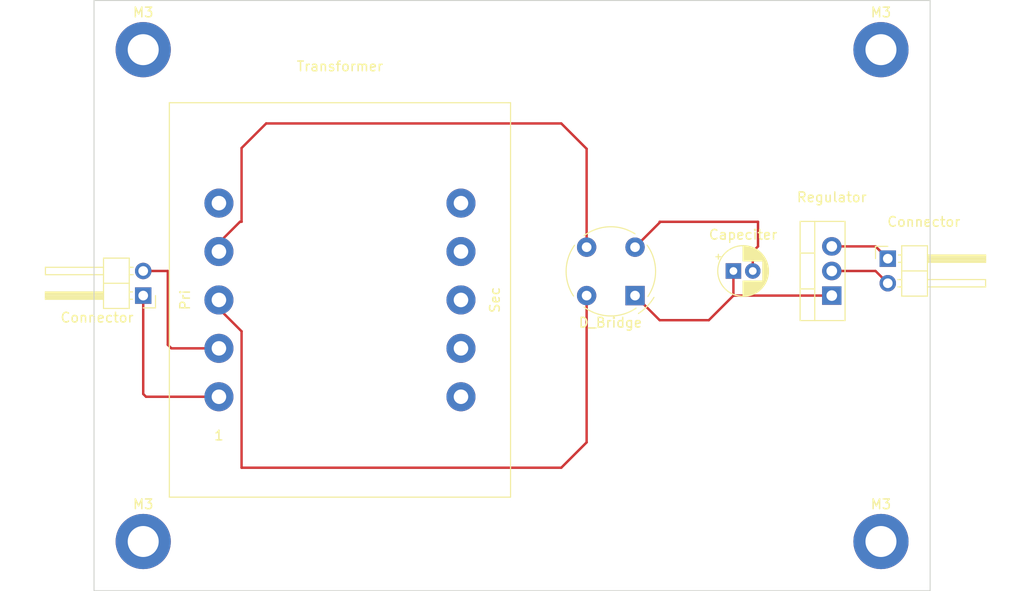
<source format=kicad_pcb>
(kicad_pcb (version 20211014) (generator pcbnew)
  (layers (0 "F.Cu" signal) (31 "B.Cu" signal) (34 "B.Paste" user) (35 "F.Paste" user) (36 "B.SilkS" user "B.Silkscreen") (37 "F.SilkS" user "F.Silkscreen") (38 "B.Mask" user) (39 "F.Mask" user) (44 "Edge.Cuts" user))
  (net 0 "")
  (net 1 "Net-(C1-Pad1)")
  (net 2 "Earth")
  (net 3 "Net-(D1-Pad3)")
  (net 4 "Net-(D1-Pad4)")
  (net 5 "Net-(T1-Pad1)")
  (net 6 "Net-(J1-Pad2)")
  (net 7 "Net-(U1-Pad3)")
  (net 8 "Net-(U1-Pad2)")
  (footprint "Transformer_THT:Transformer_CHK_EI38-3VA_1xSec" (layer "F.Cu") (at 147.52 84.11)
    (fp_text reference "Transformer" (at 12.5 -34.13) (layer "F.SilkS"))
    (fp_text value "Transformer_1P_1S")
    (fp_text user "Sec" (at 28.5 -10 90) (layer "F.SilkS"))
    (fp_text user "Pri" (at -3.5 -10 90) (layer "F.SilkS"))
    (fp_text user "1" (at 0 4) (layer "F.SilkS"))
    (fp_line (start -5.12 -30.37) (end 30.12 -30.37) (layer "F.SilkS") (width 0.12))
    (fp_line (start 30.12 10.37) (end -5.12 10.37) (layer "F.SilkS") (width 0.12))
    (fp_line (start 30.12 10.37) (end 30.12 -30.37) (layer "F.SilkS") (width 0.12))
    (fp_line (start -5.12 -30.37) (end -5.12 10.37) (layer "F.SilkS") (width 0.12))
    (pad "1" thru_hole circle (at 0 0) (size 3 3) (drill 1.5) (layers *.Cu *.Mask) (net 5 "Net-(T1-Pad1)"))
    (pad "2" thru_hole circle (at 0 -5) (size 3 3) (drill 1.5) (layers *.Cu *.Mask) (net 6 "Net-(J1-Pad2)"))
    (pad "3" thru_hole circle (at 0 -10) (size 3 3) (drill 1.5) (layers *.Cu *.Mask) (net 4 "Net-(D1-Pad4)"))
    (pad "4" thru_hole circle (at 0 -15) (size 3 3) (drill 1.5) (layers *.Cu *.Mask) (net 3 "Net-(D1-Pad3)"))
    (pad "5" thru_hole circle (at 0 -20) (size 3 3) (drill 1.5) (layers *.Cu *.Mask))
    (pad "6" thru_hole circle (at 25 -20) (size 3 3) (drill 1.5) (layers *.Cu *.Mask))
    (pad "7" thru_hole circle (at 25 -15) (size 3 3) (drill 1.5) (layers *.Cu *.Mask))
    (pad "8" thru_hole circle (at 25 -10) (size 3 3) (drill 1.5) (layers *.Cu *.Mask))
    (pad "9" thru_hole circle (at 25 -5) (size 3 3) (drill 1.5) (layers *.Cu *.Mask))
    (pad "10" thru_hole circle (at 25 0) (size 3 3) (drill 1.5) (layers *.Cu *.Mask))
  )
  (footprint "Capacitor_THT:CP_Radial_D5.0mm_P2.00mm" (layer "F.Cu") (at 200.66 71.12)
    (fp_text reference "Capeciter" (at 1 -3.75) (layer "F.SilkS"))
    (fp_text value "C_Polarized")
    (fp_line (start 2.041 1.04) (end 2.041 2.365) (layer "F.SilkS") (width 0.12))
    (fp_line (start 2.241 -2.268) (end 2.241 -1.04) (layer "F.SilkS") (width 0.12))
    (fp_line (start 2.841 -1.826) (end 2.841 -1.04) (layer "F.SilkS") (width 0.12))
    (fp_line (start 1.6 1.04) (end 1.6 2.511) (layer "F.SilkS") (width 0.12))
    (fp_line (start 1.961 -2.398) (end 1.961 -1.04) (layer "F.SilkS") (width 0.12))
    (fp_line (start 1.68 1.04) (end 1.68 2.491) (layer "F.SilkS") (width 0.12))
    (fp_line (start 1.801 1.04) (end 1.801 2.455) (layer "F.SilkS") (width 0.12))
    (fp_line (start 1.28 -2.565) (end 1.28 -1.04) (layer "F.SilkS") (width 0.12))
    (fp_line (start 2.841 1.04) (end 2.841 1.826) (layer "F.SilkS") (width 0.12))
    (fp_line (start 3.081 -1.554) (end 3.081 1.554) (layer "F.SilkS") (width 0.12))
    (fp_line (start 2.241 1.04) (end 2.241 2.268) (layer "F.SilkS") (width 0.12))
    (fp_line (start 1.56 -2.52) (end 1.56 -1.04) (layer "F.SilkS") (width 0.12))
    (fp_line (start 2.481 -2.122) (end 2.481 -1.04) (layer "F.SilkS") (width 0.12))
    (fp_line (start 2.801 1.04) (end 2.801 1.864) (layer "F.SilkS") (width 0.12))
    (fp_line (start 1.721 -2.48) (end 1.721 -1.04) (layer "F.SilkS") (width 0.12))
    (fp_line (start 2.561 -2.065) (end 2.561 -1.04) (layer "F.SilkS") (width 0.12))
    (fp_line (start 3.481 -0.805) (end 3.481 0.805) (layer "F.SilkS") (width 0.12))
    (fp_line (start 1.08 1.04) (end 1.08 2.579) (layer "F.SilkS") (width 0.12))
    (fp_line (start 2.081 -2.348) (end 2.081 -1.04) (layer "F.SilkS") (width 0.12))
    (fp_line (start 1.761 -2.468) (end 1.761 -1.04) (layer "F.SilkS") (width 0.12))
    (fp_line (start 1.04 -2.58) (end 1.04 -1.04) (layer "F.SilkS") (width 0.12))
    (fp_line (start 2.521 1.04) (end 2.521 2.095) (layer "F.SilkS") (width 0.12))
    (fp_line (start 3.001 -1.653) (end 3.001 -1.04) (layer "F.SilkS") (width 0.12))
    (fp_line (start 1.2 1.04) (end 1.2 2.573) (layer "F.SilkS") (width 0.12))
    (fp_line (start 2.001 1.04) (end 2.001 2.382) (layer "F.SilkS") (width 0.12))
    (fp_line (start 1.44 -2.543) (end 1.44 -1.04) (layer "F.SilkS") (width 0.12))
    (fp_line (start 3.441 -0.915) (end 3.441 0.915) (layer "F.SilkS") (width 0.12))
    (fp_line (start 3.241 -1.319) (end 3.241 1.319) (layer "F.SilkS") (width 0.12))
    (fp_line (start 3.201 -1.383) (end 3.201 1.383) (layer "F.SilkS") (width 0.12))
    (fp_line (start 3.561 -0.518) (end 3.561 0.518) (layer "F.SilkS") (width 0.12))
    (fp_line (start 1.52 1.04) (end 1.52 2.528) (layer "F.SilkS") (width 0.12))
    (fp_line (start 2.441 1.04) (end 2.441 2.149) (layer "F.SilkS") (width 0.12))
    (fp_line (start 1 1.04) (end 1 2.58) (layer "F.SilkS") (width 0.12))
    (fp_line (start 1.761 1.04) (end 1.761 2.468) (layer "F.SilkS") (width 0.12))
    (fp_line (start 1.16 1.04) (end 1.16 2.576) (layer "F.SilkS") (width 0.12))
    (fp_line (start 3.161 -1.443) (end 3.161 1.443) (layer "F.SilkS") (width 0.12))
    (fp_line (start 1.48 -2.536) (end 1.48 -1.04) (layer "F.SilkS") (width 0.12))
    (fp_line (start 1.68 -2.491) (end 1.68 -1.04) (layer "F.SilkS") (width 0.12))
    (fp_line (start 1.32 1.04) (end 1.32 2.561) (layer "F.SilkS") (width 0.12))
    (fp_line (start 3.321 -1.178) (end 3.321 1.178) (layer "F.SilkS") (width 0.12))
    (fp_line (start 2.681 -1.971) (end 2.681 -1.04) (layer "F.SilkS") (width 0.12))
    (fp_line (start 2.761 1.04) (end 2.761 1.901) (layer "F.SilkS") (width 0.12))
    (fp_line (start 2.601 1.04) (end 2.601 2.035) (layer "F.SilkS") (width 0.12))
    (fp_line (start 1.2 -2.573) (end 1.2 -1.04) (layer "F.SilkS") (width 0.12))
    (fp_line (start 1.16 -2.576) (end 1.16 -1.04) (layer "F.SilkS") (width 0.12))
    (fp_line (start 1.52 -2.528) (end 1.52 -1.04) (layer "F.SilkS") (width 0.12))
    (fp_line (start 1.12 1.04) (end 1.12 2.578) (layer "F.SilkS") (width 0.12))
    (fp_line (start 2.001 -2.382) (end 2.001 -1.04) (layer "F.SilkS") (width 0.12))
    (fp_line (start 2.321 1.04) (end 2.321 2.224) (layer "F.SilkS") (width 0.12))
    (fp_line (start 2.801 -1.864) (end 2.801 -1.04) (layer "F.SilkS") (width 0.12))
    (fp_line (start 2.281 -2.247) (end 2.281 -1.04) (layer "F.SilkS") (width 0.12))
    (fp_line (start 2.761 -1.901) (end 2.761 -1.04) (layer "F.SilkS") (width 0.12))
    (fp_line (start 1 -2.58) (end 1 -1.04) (layer "F.SilkS") (width 0.12))
    (fp_line (start 3.001 1.04) (end 3.001 1.653) (layer "F.SilkS") (width 0.12))
    (fp_line (start 2.921 1.04) (end 2.921 1.743) (layer "F.SilkS") (width 0.12))
    (fp_line (start 2.321 -2.224) (end 2.321 -1.04) (layer "F.SilkS") (width 0.12))
    (fp_line (start 1.881 1.04) (end 1.881 2.428) (layer "F.SilkS") (width 0.12))
    (fp_line (start 1.961 1.04) (end 1.961 2.398) (layer "F.SilkS") (width 0.12))
    (fp_line (start 2.361 -2.2) (end 2.361 -1.04) (layer "F.SilkS") (width 0.12))
    (fp_line (start 2.401 -2.175) (end 2.401 -1.04) (layer "F.SilkS") (width 0.12))
    (fp_line (start 2.361 1.04) (end 2.361 2.2) (layer "F.SilkS") (width 0.12))
    (fp_line (start 2.601 -2.035) (end 2.601 -1.04) (layer "F.SilkS") (width 0.12))
    (fp_line (start 2.721 -1.937) (end 2.721 -1.04) (layer "F.SilkS") (width 0.12))
    (fp_line (start 2.041 -2.365) (end 2.041 -1.04) (layer "F.SilkS") (width 0.12))
    (fp_line (start 2.121 -2.329) (end 2.121 -1.04) (layer "F.SilkS") (width 0.12))
    (fp_line (start 2.401 1.04) (end 2.401 2.175) (layer "F.SilkS") (width 0.12))
    (fp_line (start 1.841 -2.442) (end 1.841 -1.04) (layer "F.SilkS") (width 0.12))
    (fp_line (start -1.804775 -1.475) (end -1.304775 -1.475) (layer "F.SilkS") (width 0.12))
    (fp_line (start 3.521 -0.677) (end 3.521 0.677) (layer "F.SilkS") (width 0.12))
    (fp_line (start 2.161 -2.31) (end 2.161 -1.04) (layer "F.SilkS") (width 0.12))
    (fp_line (start 1.921 1.04) (end 1.921 2.414) (layer "F.SilkS") (width 0.12))
    (fp_line (start 1.4 -2.55) (end 1.4 -1.04) (layer "F.SilkS") (width 0.12))
    (fp_line (start 2.121 1.04) (end 2.121 2.329) (layer "F.SilkS") (width 0.12))
    (fp_line (start 3.281 -1.251) (end 3.281 1.251) (layer "F.SilkS") (width 0.12))
    (fp_line (start 1.24 1.04) (end 1.24 2.569) (layer "F.SilkS") (width 0.12))
    (fp_line (start 1.921 -2.414) (end 1.921 -1.04) (layer "F.SilkS") (width 0.12))
    (fp_line (start 1.64 1.04) (end 1.64 2.501) (layer "F.SilkS") (width 0.12))
    (fp_line (start 2.201 1.04) (end 2.201 2.29) (layer "F.SilkS") (width 0.12))
    (fp_line (start 2.481 1.04) (end 2.481 2.122) (layer "F.SilkS") (width 0.12))
    (fp_line (start 1.841 1.04) (end 1.841 2.442) (layer "F.SilkS") (width 0.12))
    (fp_line (start 2.161 1.04) (end 2.161 2.31) (layer "F.SilkS") (width 0.12))
    (fp_line (start 1.24 -2.569) (end 1.24 -1.04) (layer "F.SilkS") (width 0.12))
    (fp_line (start 1.28 1.04) (end 1.28 2.565) (layer "F.SilkS") (width 0.12))
    (fp_line (start 2.441 -2.149) (end 2.441 -1.04) (layer "F.SilkS") (width 0.12))
    (fp_line (start 1.801 -2.455) (end 1.801 -1.04) (layer "F.SilkS") (width 0.12))
    (fp_line (start 2.561 1.04) (end 2.561 2.065) (layer "F.SilkS") (width 0.12))
    (fp_line (start 1.08 -2.579) (end 1.08 -1.04) (layer "F.SilkS") (width 0.12))
    (fp_line (start 3.401 -1.011) (end 3.401 1.011) (layer "F.SilkS") (width 0.12))
    (fp_line (start 3.121 -1.5) (end 3.121 1.5) (layer "F.SilkS") (width 0.12))
    (fp_line (start 2.521 -2.095) (end 2.521 -1.04) (layer "F.SilkS") (width 0.12))
    (fp_line (start 2.201 -2.29) (end 2.201 -1.04) (layer "F.SilkS") (width 0.12))
    (fp_line (start 3.041 -1.605) (end 3.041 1.605) (layer "F.SilkS") (width 0.12))
    (fp_line (start 2.641 1.04) (end 2.641 2.004) (layer "F.SilkS") (width 0.12))
    (fp_line (start 3.361 -1.098) (end 3.361 1.098) (layer "F.SilkS") (width 0.12))
    (fp_line (start 1.44 1.04) (end 1.44 2.543) (layer "F.SilkS") (width 0.12))
    (fp_line (start 1.6 -2.511) (end 1.6 -1.04) (layer "F.SilkS") (width 0.12))
    (fp_line (start 1.36 -2.556) (end 1.36 -1.04) (layer "F.SilkS") (width 0.12))
    (fp_line (start 2.921 -1.743) (end 2.921 -1.04) (layer "F.SilkS") (width 0.12))
    (fp_line (start 1.36 1.04) (end 1.36 2.556) (layer "F.SilkS") (width 0.12))
    (fp_line (start 1.721 1.04) (end 1.721 2.48) (layer "F.SilkS") (width 0.12))
    (fp_line (start 1.32 -2.561) (end 1.32 -1.04) (layer "F.SilkS") (width 0.12))
    (fp_line (start 1.48 1.04) (end 1.48 2.536) (layer "F.SilkS") (width 0.12))
    (fp_line (start 1.56 1.04) (end 1.56 2.52) (layer "F.SilkS") (width 0.12))
    (fp_line (start 1.12 -2.578) (end 1.12 -1.04) (layer "F.SilkS") (width 0.12))
    (fp_line (start 2.881 1.04) (end 2.881 1.785) (layer "F.SilkS") (width 0.12))
    (fp_line (start 1.64 -2.501) (end 1.64 -1.04) (layer "F.SilkS") (width 0.12))
    (fp_line (start 2.281 1.04) (end 2.281 2.247) (layer "F.SilkS") (width 0.12))
    (fp_line (start 2.681 1.04) (end 2.681 1.971) (layer "F.SilkS") (width 0.12))
    (fp_line (start 2.641 -2.004) (end 2.641 -1.04) (layer "F.SilkS") (width 0.12))
    (fp_line (start 3.601 -0.284) (end 3.601 0.284) (layer "F.SilkS") (width 0.12))
    (fp_line (start 2.961 -1.699) (end 2.961 -1.04) (layer "F.SilkS") (width 0.12))
    (fp_line (start 2.961 1.04) (end 2.961 1.699) (layer "F.SilkS") (width 0.12))
    (fp_line (start 2.081 1.04) (end 2.081 2.348) (layer "F.SilkS") (width 0.12))
    (fp_line (start 1.04 1.04) (end 1.04 2.58) (layer "F.SilkS") (width 0.12))
    (fp_line (start 2.881 -1.785) (end 2.881 -1.04) (layer "F.SilkS") (width 0.12))
    (fp_line (start -1.554775 -1.725) (end -1.554775 -1.225) (layer "F.SilkS") (width 0.12))
    (fp_line (start 2.721 1.04) (end 2.721 1.937) (layer "F.SilkS") (width 0.12))
    (fp_line (start 1.881 -2.428) (end 1.881 -1.04) (layer "F.SilkS") (width 0.12))
    (fp_line (start 1.4 1.04) (end 1.4 2.55) (layer "F.SilkS") (width 0.12))
    (fp_circle (center 1 0) (end 3.62 0) (layer "F.SilkS") (width 0.12) (fill none))
    (pad "1" thru_hole rect (at 0 0) (size 1.6 1.6) (drill 0.8) (layers *.Cu *.Mask) (net 1 "Net-(C1-Pad1)"))
    (pad "2" thru_hole circle (at 2 0) (size 1.6 1.6) (drill 0.8) (layers *.Cu *.Mask) (net 2 "Earth"))
  )
  (footprint "MountingHole:MountingHole_3.2mm_M3_ISO7380_Pad" (layer "F.Cu") (at 139.7 99.06)
    (fp_text reference "M3" (at 0 -3.85) (layer "F.SilkS"))
    (fp_text value "MountingHole_3.2mm_M3_ISO7380_Pad")
    (pad "1" thru_hole circle (at 0 0) (size 5.7 5.7) (drill 3.2) (layers *.Cu *.Mask))
  )
  (footprint "Connector_PinHeader_2.54mm:PinHeader_1x02_P2.54mm_Horizontal" (layer "F.Cu") (at 139.7 73.66 180)
    (fp_text reference "Connector " (at 4.385 -2.27) (layer "F.SilkS"))
    (fp_text value "Conn_01x02_Male")
    (fp_line (start 1.44 -1.33) (end 1.44 3.87) (layer "F.SilkS") (width 0.12))
    (fp_line (start 4.1 0.16) (end 10.1 0.16) (layer "F.SilkS") (width 0.12))
    (fp_line (start 10.1 2.92) (end 4.1 2.92) (layer "F.SilkS") (width 0.12))
    (fp_line (start 10.1 0.38) (end 4.1 0.38) (layer "F.SilkS") (width 0.12))
    (fp_line (start 4.1 3.87) (end 4.1 -1.33) (layer "F.SilkS") (width 0.12))
    (fp_line (start 4.1 -0.08) (end 10.1 -0.08) (layer "F.SilkS") (width 0.12))
    (fp_line (start 4.1 0.04) (end 10.1 0.04) (layer "F.SilkS") (width 0.12))
    (fp_line (start 1.042929 2.16) (end 1.44 2.16) (layer "F.SilkS") (width 0.12))
    (fp_line (start 1.042929 2.92) (end 1.44 2.92) (layer "F.SilkS") (width 0.12))
    (fp_line (start 10.1 2.16) (end 10.1 2.92) (layer "F.SilkS") (width 0.12))
    (fp_line (start 4.1 -1.33) (end 1.44 -1.33) (layer "F.SilkS") (width 0.12))
    (fp_line (start -1.27 -1.27) (end 0 -1.27) (layer "F.SilkS") (width 0.12))
    (fp_line (start 4.1 -0.32) (end 10.1 -0.32) (layer "F.SilkS") (width 0.12))
    (fp_line (start 4.1 -0.38) (end 10.1 -0.38) (layer "F.SilkS") (width 0.12))
    (fp_line (start 1.44 3.87) (end 4.1 3.87) (layer "F.SilkS") (width 0.12))
    (fp_line (start 10.1 -0.38) (end 10.1 0.38) (layer "F.SilkS") (width 0.12))
    (fp_line (start 1.11 0.38) (end 1.44 0.38) (layer "F.SilkS") (width 0.12))
    (fp_line (start 1.44 1.27) (end 4.1 1.27) (layer "F.SilkS") (width 0.12))
    (fp_line (start 4.1 0.28) (end 10.1 0.28) (layer "F.SilkS") (width 0.12))
    (fp_line (start 4.1 -0.2) (end 10.1 -0.2) (layer "F.SilkS") (width 0.12))
    (fp_line (start 1.11 -0.38) (end 1.44 -0.38) (layer "F.SilkS") (width 0.12))
    (fp_line (start -1.27 0) (end -1.27 -1.27) (layer "F.SilkS") (width 0.12))
    (fp_line (start 4.1 2.16) (end 10.1 2.16) (layer "F.SilkS") (width 0.12))
    (pad "1" thru_hole rect (at 0 0 180) (size 1.7 1.7) (drill 1) (layers *.Cu *.Mask) (net 5 "Net-(T1-Pad1)"))
    (pad "2" thru_hole oval (at 0 2.54 180) (size 1.7 1.7) (drill 1) (layers *.Cu *.Mask) (net 6 "Net-(J1-Pad2)"))
  )
  (footprint "Package_TO_SOT_THT:TO-220-3_Vertical" (layer "F.Cu") (at 210.82 73.66 90)
    (fp_text reference "Regulator" (at 10.16 0 180) (layer "F.SilkS"))
    (fp_text value "LM7805_TO220")
    (fp_line (start -2.58 -3.27) (end 7.66 -3.27) (layer "F.SilkS") (width 0.12))
    (fp_line (start 7.66 -3.27) (end 7.66 1.371) (layer "F.SilkS") (width 0.12))
    (fp_line (start 4.391 -3.27) (end 4.391 -1.76) (layer "F.SilkS") (width 0.12))
    (fp_line (start -2.58 1.371) (end 7.66 1.371) (layer "F.SilkS") (width 0.12))
    (fp_line (start 0.69 -3.27) (end 0.69 -1.76) (layer "F.SilkS") (width 0.12))
    (fp_line (start -2.58 -1.76) (end 7.66 -1.76) (layer "F.SilkS") (width 0.12))
    (fp_line (start -2.58 -3.27) (end -2.58 1.371) (layer "F.SilkS") (width 0.12))
    (pad "1" thru_hole rect (at 0 0 90) (size 1.905 2) (drill 1.1) (layers *.Cu *.Mask) (net 1 "Net-(C1-Pad1)"))
    (pad "2" thru_hole oval (at 2.54 0 90) (size 1.905 2) (drill 1.1) (layers *.Cu *.Mask) (net 8 "Net-(U1-Pad2)"))
    (pad "3" thru_hole oval (at 5.08 0 90) (size 1.905 2) (drill 1.1) (layers *.Cu *.Mask) (net 7 "Net-(U1-Pad3)"))
  )
  (footprint "Diode_THT:Diode_Bridge_Round_D9.0mm" (layer "F.Cu") (at 190.5 73.66 180)
    (fp_text reference "D_Bridge" (at 2.54 -2.794) (layer "F.SilkS"))
    (fp_text value "D_Bridge_+-AA")
    (fp_arc (start 5.25 6.2) (mid 2.657169 7.107363) (end 0.008533 6.3788) (layer "F.SilkS") (width 0.12))
    (fp_arc (start 6.35 -0.05) (mid 7.117021 2.590098) (end 6.247584 5.198261) (layer "F.SilkS") (width 0.12))
    (fp_arc (start -0.1 -1.3) (mid 2.595106 -2.103363) (end 5.254731 -1.189371) (layer "F.SilkS") (width 0.12))
    (fp_arc (start -1.25 5.2) (mid -2.120355 2.569427) (end -1.329431 -0.086109) (layer "F.SilkS") (width 0.12))
    (fp_arc (start -1.954487 -0.183757) (mid -1.246061 -1.107219) (end -0.35 -1.85) (layer "F.SilkS") (width 0.12))
    (pad "1" thru_hole rect (at 0 0 180) (size 2 2) (drill 1) (layers *.Cu *.Mask) (net 1 "Net-(C1-Pad1)"))
    (pad "2" thru_hole oval (at 0 5 180) (size 2 2) (drill 1) (layers *.Cu *.Mask) (net 2 "Earth"))
    (pad "3" thru_hole oval (at 5 5 180) (size 2 2) (drill 1) (layers *.Cu *.Mask) (net 3 "Net-(D1-Pad3)"))
    (pad "4" thru_hole oval (at 5 0 180) (size 2 2) (drill 1) (layers *.Cu *.Mask) (net 4 "Net-(D1-Pad4)"))
  )
  (footprint "Connector_PinHeader_2.54mm:PinHeader_1x02_P2.54mm_Horizontal" (layer "F.Cu") (at 216.605 69.845)
    (fp_text reference "Connector " (at 4.1 -3.805) (layer "F.SilkS"))
    (fp_text value "Conn_01x02_Male")
    (fp_line (start 10.1 0.38) (end 4.1 0.38) (layer "F.SilkS") (width 0.12))
    (fp_line (start -1.27 -1.27) (end 0 -1.27) (layer "F.SilkS") (width 0.12))
    (fp_line (start 1.44 3.87) (end 4.1 3.87) (layer "F.SilkS") (width 0.12))
    (fp_line (start -1.27 0) (end -1.27 -1.27) (layer "F.SilkS") (width 0.12))
    (fp_line (start 4.1 -0.08) (end 10.1 -0.08) (layer "F.SilkS") (width 0.12))
    (fp_line (start 10.1 2.16) (end 10.1 2.92) (layer "F.SilkS") (width 0.12))
    (fp_line (start 4.1 -1.33) (end 1.44 -1.33) (layer "F.SilkS") (width 0.12))
    (fp_line (start 1.11 0.38) (end 1.44 0.38) (layer "F.SilkS") (width 0.12))
    (fp_line (start 4.1 -0.2) (end 10.1 -0.2) (layer "F.SilkS") (width 0.12))
    (fp_line (start 4.1 0.04) (end 10.1 0.04) (layer "F.SilkS") (width 0.12))
    (fp_line (start 10.1 2.92) (end 4.1 2.92) (layer "F.SilkS") (width 0.12))
    (fp_line (start 4.1 2.16) (end 10.1 2.16) (layer "F.SilkS") (width 0.12))
    (fp_line (start 1.11 -0.38) (end 1.44 -0.38) (layer "F.SilkS") (width 0.12))
    (fp_line (start 1.042929 2.16) (end 1.44 2.16) (layer "F.SilkS") (width 0.12))
    (fp_line (start 1.44 1.27) (end 4.1 1.27) (layer "F.SilkS") (width 0.12))
    (fp_line (start 4.1 0.28) (end 10.1 0.28) (layer "F.SilkS") (width 0.12))
    (fp_line (start 1.042929 2.92) (end 1.44 2.92) (layer "F.SilkS") (width 0.12))
    (fp_line (start 10.1 -0.38) (end 10.1 0.38) (layer "F.SilkS") (width 0.12))
    (fp_line (start 1.44 -1.33) (end 1.44 3.87) (layer "F.SilkS") (width 0.12))
    (fp_line (start 4.1 0.16) (end 10.1 0.16) (layer "F.SilkS") (width 0.12))
    (fp_line (start 4.1 -0.32) (end 10.1 -0.32) (layer "F.SilkS") (width 0.12))
    (fp_line (start 4.1 3.87) (end 4.1 -1.33) (layer "F.SilkS") (width 0.12))
    (fp_line (start 4.1 -0.38) (end 10.1 -0.38) (layer "F.SilkS") (width 0.12))
    (pad "1" thru_hole rect (at 0 0) (size 1.7 1.7) (drill 1) (layers *.Cu *.Mask) (net 7 "Net-(U1-Pad3)"))
    (pad "2" thru_hole oval (at 0 2.54) (size 1.7 1.7) (drill 1) (layers *.Cu *.Mask) (net 8 "Net-(U1-Pad2)"))
  )
  (footprint "MountingHole:MountingHole_3.2mm_M3_ISO7380_Pad" (layer "F.Cu") (at 215.9 99.06)
    (fp_text reference "M3" (at 0 -3.85) (layer "F.SilkS"))
    (fp_text value "MountingHole_3.2mm_M3_ISO7380_Pad")
    (pad "1" thru_hole circle (at 0 0) (size 5.7 5.7) (drill 3.2) (layers *.Cu *.Mask))
  )
  (footprint "MountingHole:MountingHole_3.2mm_M3_ISO7380_Pad" (layer "F.Cu") (at 215.9 48.26)
    (fp_text reference "M3" (at 0 -3.85) (layer "F.SilkS"))
    (fp_text value "MountingHole_3.2mm_M3_ISO7380_Pad")
    (pad "1" thru_hole circle (at 0 0) (size 5.7 5.7) (drill 3.2) (layers *.Cu *.Mask))
  )
  (footprint "MountingHole:MountingHole_3.2mm_M3_ISO7380_Pad" (layer "F.Cu") (at 139.7 48.26)
    (fp_text reference "M3" (at 0 -3.85) (layer "F.SilkS"))
    (fp_text value "MountingHole_3.2mm_M3_ISO7380_Pad")
    (pad "1" thru_hole circle (at 0 0) (size 5.7 5.7) (drill 3.2) (layers *.Cu *.Mask))
  )
  (gr_line (start 134.62 43.18) (end 220.98 43.18) (layer "Edge.Cuts") (width 0.1))
  (gr_line (start 220.98 104.14) (end 134.62 104.14) (layer "Edge.Cuts") (width 0.1))
  (gr_line (start 134.62 104.14) (end 134.62 43.18) (layer "Edge.Cuts") (width 0.1))
  (gr_line (start 220.98 43.18) (end 220.98 104.14) (layer "Edge.Cuts") (width 0.1))
  (segment (start 190.5 73.66) (end 193.04 76.2) (width 0.25) (layer "F.Cu") (net 1))
  (segment (start 200.66 73.66) (end 200.66 71.12) (width 0.25) (layer "F.Cu") (net 1))
  (segment (start 198.12 76.2) (end 200.66 73.66) (width 0.25) (layer "F.Cu") (net 1))
  (segment (start 200.66 73.66) (end 210.82 73.66) (width 0.25) (layer "F.Cu") (net 1))
  (segment (start 193.04 76.2) (end 198.12 76.2) (width 0.25) (layer "F.Cu") (net 1))
  (segment (start 193.04 66.04) (end 203.2 66.04) (width 0.25) (layer "F.Cu") (net 2))
  (segment (start 202.66 69.12) (end 202.66 71.12) (width 0.25) (layer "F.Cu") (net 2))
  (segment (start 193.04 66.12) (end 193.04 66.04) (width 0.25) (layer "F.Cu") (net 2))
  (segment (start 203.2 66.04) (end 203.2 68.58) (width 0.25) (layer "F.Cu") (net 2))
  (segment (start 203.2 68.58) (end 202.66 69.12) (width 0.25) (layer "F.Cu") (net 2))
  (segment (start 190.5 68.66) (end 193.04 66.12) (width 0.25) (layer "F.Cu") (net 2))
  (segment (start 185.5 58.5) (end 185.5 68.66) (width 0.25) (layer "F.Cu") (net 3))
  (segment (start 152.4 55.88) (end 182.88 55.88) (width 0.25) (layer "F.Cu") (net 3))
  (segment (start 149.86 58.42) (end 152.4 55.88) (width 0.25) (layer "F.Cu") (net 3))
  (segment (start 182.88 55.88) (end 185.5 58.5) (width 0.25) (layer "F.Cu") (net 3))
  (segment (start 149.86 66.04) (end 149.86 58.42) (width 0.25) (layer "F.Cu") (net 3))
  (segment (start 146.62 69.11) (end 149.69 66.04) (width 0.25) (layer "F.Cu") (net 3))
  (segment (start 149.69 66.04) (end 149.86 66.04) (width 0.25) (layer "F.Cu") (net 3))
  (segment (start 182.88 91.44) (end 185.5 88.82) (width 0.25) (layer "F.Cu") (net 4))
  (segment (start 149.86 91.44) (end 182.88 91.44) (width 0.25) (layer "F.Cu") (net 4))
  (segment (start 146.62 74.11) (end 149.86 77.35) (width 0.25) (layer "F.Cu") (net 4))
  (segment (start 185.5 88.82) (end 185.5 73.66) (width 0.25) (layer "F.Cu") (net 4))
  (segment (start 149.86 77.35) (end 149.86 91.44) (width 0.25) (layer "F.Cu") (net 4))
  (segment (start 139.7 83.82) (end 139.99 84.11) (width 0.25) (layer "F.Cu") (net 5))
  (segment (start 139.7 73.66) (end 139.7 83.82) (width 0.25) (layer "F.Cu") (net 5))
  (segment (start 139.99 84.11) (end 146.62 84.11) (width 0.25) (layer "F.Cu") (net 5))
  (segment (start 142.24 78.74) (end 142.61 79.11) (width 0.25) (layer "F.Cu") (net 6))
  (segment (start 142.24 71.12) (end 142.24 78.74) (width 0.25) (layer "F.Cu") (net 6))
  (segment (start 139.7 71.12) (end 142.24 71.12) (width 0.25) (layer "F.Cu") (net 6))
  (segment (start 142.61 79.11) (end 146.62 79.11) (width 0.25) (layer "F.Cu") (net 6))
  (segment (start 210.82 68.58) (end 215.34 68.58) (width 0.25) (layer "F.Cu") (net 7))
  (segment (start 215.34 68.58) (end 216.605 69.845) (width 0.25) (layer "F.Cu") (net 7))
  (segment (start 215.34 71.12) (end 216.605 72.385) (width 0.25) (layer "F.Cu") (net 8))
  (segment (start 210.82 71.12) (end 215.34 71.12) (width 0.25) (layer "F.Cu") (net 8))
)
</source>
